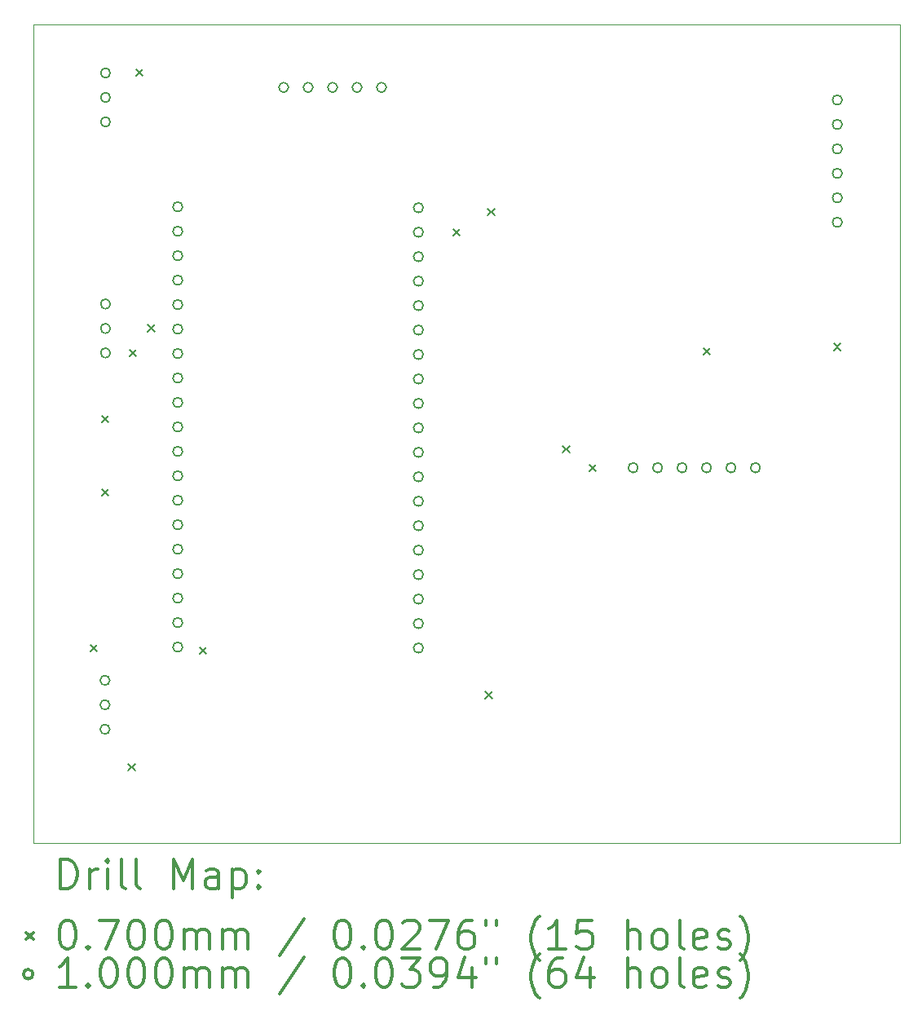
<source format=gbr>
%FSLAX45Y45*%
G04 Gerber Fmt 4.5, Leading zero omitted, Abs format (unit mm)*
G04 Created by KiCad (PCBNEW (5.1.12)-1) date 2021-12-21 16:46:49*
%MOMM*%
%LPD*%
G01*
G04 APERTURE LIST*
%TA.AperFunction,Profile*%
%ADD10C,0.050000*%
%TD*%
%ADD11C,0.200000*%
%ADD12C,0.300000*%
G04 APERTURE END LIST*
D10*
X7500000Y-4000000D02*
X16500000Y-4000000D01*
X7500000Y-12500000D02*
X7500000Y-4000000D01*
X16500000Y-12500000D02*
X7500000Y-12500000D01*
X16500000Y-4000000D02*
X16500000Y-12500000D01*
D11*
X8091420Y-10440780D02*
X8161420Y-10510780D01*
X8161420Y-10440780D02*
X8091420Y-10510780D01*
X8210000Y-8057500D02*
X8280000Y-8127500D01*
X8280000Y-8057500D02*
X8210000Y-8127500D01*
X8210000Y-8819500D02*
X8280000Y-8889500D01*
X8280000Y-8819500D02*
X8210000Y-8889500D01*
X8485720Y-11674710D02*
X8555720Y-11744710D01*
X8555720Y-11674710D02*
X8485720Y-11744710D01*
X8497750Y-7373000D02*
X8567750Y-7443000D01*
X8567750Y-7373000D02*
X8497750Y-7443000D01*
X8568000Y-4462000D02*
X8638000Y-4532000D01*
X8638000Y-4462000D02*
X8568000Y-4532000D01*
X8690390Y-7115420D02*
X8760390Y-7185420D01*
X8760390Y-7115420D02*
X8690390Y-7185420D01*
X9229730Y-10462100D02*
X9299730Y-10532100D01*
X9299730Y-10462100D02*
X9229730Y-10532100D01*
X11860000Y-6120000D02*
X11930000Y-6190000D01*
X11930000Y-6120000D02*
X11860000Y-6190000D01*
X12195000Y-10925000D02*
X12265000Y-10995000D01*
X12265000Y-10925000D02*
X12195000Y-10995000D01*
X12220000Y-5910000D02*
X12290000Y-5980000D01*
X12290000Y-5910000D02*
X12220000Y-5980000D01*
X13000000Y-8375000D02*
X13070000Y-8445000D01*
X13070000Y-8375000D02*
X13000000Y-8445000D01*
X13275000Y-8565000D02*
X13345000Y-8635000D01*
X13345000Y-8565000D02*
X13275000Y-8635000D01*
X14457000Y-7354000D02*
X14527000Y-7424000D01*
X14527000Y-7354000D02*
X14457000Y-7424000D01*
X15815000Y-7310000D02*
X15885000Y-7380000D01*
X15885000Y-7310000D02*
X15815000Y-7380000D01*
X8295000Y-10807500D02*
G75*
G03*
X8295000Y-10807500I-50000J0D01*
G01*
X8295000Y-11061500D02*
G75*
G03*
X8295000Y-11061500I-50000J0D01*
G01*
X8295000Y-11315500D02*
G75*
G03*
X8295000Y-11315500I-50000J0D01*
G01*
X8300000Y-4500000D02*
G75*
G03*
X8300000Y-4500000I-50000J0D01*
G01*
X8300000Y-4754000D02*
G75*
G03*
X8300000Y-4754000I-50000J0D01*
G01*
X8300000Y-5008000D02*
G75*
G03*
X8300000Y-5008000I-50000J0D01*
G01*
X8300000Y-6900000D02*
G75*
G03*
X8300000Y-6900000I-50000J0D01*
G01*
X8300000Y-7154000D02*
G75*
G03*
X8300000Y-7154000I-50000J0D01*
G01*
X8300000Y-7408000D02*
G75*
G03*
X8300000Y-7408000I-50000J0D01*
G01*
X9050000Y-5890000D02*
G75*
G03*
X9050000Y-5890000I-50000J0D01*
G01*
X9050000Y-6144000D02*
G75*
G03*
X9050000Y-6144000I-50000J0D01*
G01*
X9050000Y-6398000D02*
G75*
G03*
X9050000Y-6398000I-50000J0D01*
G01*
X9050000Y-6652000D02*
G75*
G03*
X9050000Y-6652000I-50000J0D01*
G01*
X9050000Y-6906000D02*
G75*
G03*
X9050000Y-6906000I-50000J0D01*
G01*
X9050000Y-7160000D02*
G75*
G03*
X9050000Y-7160000I-50000J0D01*
G01*
X9050000Y-7414000D02*
G75*
G03*
X9050000Y-7414000I-50000J0D01*
G01*
X9050000Y-7668000D02*
G75*
G03*
X9050000Y-7668000I-50000J0D01*
G01*
X9050000Y-7922000D02*
G75*
G03*
X9050000Y-7922000I-50000J0D01*
G01*
X9050000Y-8176000D02*
G75*
G03*
X9050000Y-8176000I-50000J0D01*
G01*
X9050000Y-8430000D02*
G75*
G03*
X9050000Y-8430000I-50000J0D01*
G01*
X9050000Y-8684000D02*
G75*
G03*
X9050000Y-8684000I-50000J0D01*
G01*
X9050000Y-8938000D02*
G75*
G03*
X9050000Y-8938000I-50000J0D01*
G01*
X9050000Y-9192000D02*
G75*
G03*
X9050000Y-9192000I-50000J0D01*
G01*
X9050000Y-9446000D02*
G75*
G03*
X9050000Y-9446000I-50000J0D01*
G01*
X9050000Y-9700000D02*
G75*
G03*
X9050000Y-9700000I-50000J0D01*
G01*
X9050000Y-9954000D02*
G75*
G03*
X9050000Y-9954000I-50000J0D01*
G01*
X9050000Y-10208000D02*
G75*
G03*
X9050000Y-10208000I-50000J0D01*
G01*
X9050000Y-10462000D02*
G75*
G03*
X9050000Y-10462000I-50000J0D01*
G01*
X10150000Y-4650000D02*
G75*
G03*
X10150000Y-4650000I-50000J0D01*
G01*
X10404000Y-4650000D02*
G75*
G03*
X10404000Y-4650000I-50000J0D01*
G01*
X10658000Y-4650000D02*
G75*
G03*
X10658000Y-4650000I-50000J0D01*
G01*
X10912000Y-4650000D02*
G75*
G03*
X10912000Y-4650000I-50000J0D01*
G01*
X11166000Y-4650000D02*
G75*
G03*
X11166000Y-4650000I-50000J0D01*
G01*
X11550000Y-5900000D02*
G75*
G03*
X11550000Y-5900000I-50000J0D01*
G01*
X11550000Y-6154000D02*
G75*
G03*
X11550000Y-6154000I-50000J0D01*
G01*
X11550000Y-6408000D02*
G75*
G03*
X11550000Y-6408000I-50000J0D01*
G01*
X11550000Y-6662000D02*
G75*
G03*
X11550000Y-6662000I-50000J0D01*
G01*
X11550000Y-6916000D02*
G75*
G03*
X11550000Y-6916000I-50000J0D01*
G01*
X11550000Y-7170000D02*
G75*
G03*
X11550000Y-7170000I-50000J0D01*
G01*
X11550000Y-7424000D02*
G75*
G03*
X11550000Y-7424000I-50000J0D01*
G01*
X11550000Y-7678000D02*
G75*
G03*
X11550000Y-7678000I-50000J0D01*
G01*
X11550000Y-7932000D02*
G75*
G03*
X11550000Y-7932000I-50000J0D01*
G01*
X11550000Y-8186000D02*
G75*
G03*
X11550000Y-8186000I-50000J0D01*
G01*
X11550000Y-8440000D02*
G75*
G03*
X11550000Y-8440000I-50000J0D01*
G01*
X11550000Y-8694000D02*
G75*
G03*
X11550000Y-8694000I-50000J0D01*
G01*
X11550000Y-8948000D02*
G75*
G03*
X11550000Y-8948000I-50000J0D01*
G01*
X11550000Y-9202000D02*
G75*
G03*
X11550000Y-9202000I-50000J0D01*
G01*
X11550000Y-9456000D02*
G75*
G03*
X11550000Y-9456000I-50000J0D01*
G01*
X11550000Y-9710000D02*
G75*
G03*
X11550000Y-9710000I-50000J0D01*
G01*
X11550000Y-9964000D02*
G75*
G03*
X11550000Y-9964000I-50000J0D01*
G01*
X11550000Y-10218000D02*
G75*
G03*
X11550000Y-10218000I-50000J0D01*
G01*
X11550000Y-10472000D02*
G75*
G03*
X11550000Y-10472000I-50000J0D01*
G01*
X13780000Y-8600000D02*
G75*
G03*
X13780000Y-8600000I-50000J0D01*
G01*
X14034000Y-8600000D02*
G75*
G03*
X14034000Y-8600000I-50000J0D01*
G01*
X14288000Y-8600000D02*
G75*
G03*
X14288000Y-8600000I-50000J0D01*
G01*
X14542000Y-8600000D02*
G75*
G03*
X14542000Y-8600000I-50000J0D01*
G01*
X14796000Y-8600000D02*
G75*
G03*
X14796000Y-8600000I-50000J0D01*
G01*
X15050000Y-8600000D02*
G75*
G03*
X15050000Y-8600000I-50000J0D01*
G01*
X15900000Y-4780000D02*
G75*
G03*
X15900000Y-4780000I-50000J0D01*
G01*
X15900000Y-5034000D02*
G75*
G03*
X15900000Y-5034000I-50000J0D01*
G01*
X15900000Y-5288000D02*
G75*
G03*
X15900000Y-5288000I-50000J0D01*
G01*
X15900000Y-5542000D02*
G75*
G03*
X15900000Y-5542000I-50000J0D01*
G01*
X15900000Y-5796000D02*
G75*
G03*
X15900000Y-5796000I-50000J0D01*
G01*
X15900000Y-6050000D02*
G75*
G03*
X15900000Y-6050000I-50000J0D01*
G01*
D12*
X7783928Y-12968214D02*
X7783928Y-12668214D01*
X7855357Y-12668214D01*
X7898214Y-12682500D01*
X7926786Y-12711071D01*
X7941071Y-12739643D01*
X7955357Y-12796786D01*
X7955357Y-12839643D01*
X7941071Y-12896786D01*
X7926786Y-12925357D01*
X7898214Y-12953929D01*
X7855357Y-12968214D01*
X7783928Y-12968214D01*
X8083928Y-12968214D02*
X8083928Y-12768214D01*
X8083928Y-12825357D02*
X8098214Y-12796786D01*
X8112500Y-12782500D01*
X8141071Y-12768214D01*
X8169643Y-12768214D01*
X8269643Y-12968214D02*
X8269643Y-12768214D01*
X8269643Y-12668214D02*
X8255357Y-12682500D01*
X8269643Y-12696786D01*
X8283928Y-12682500D01*
X8269643Y-12668214D01*
X8269643Y-12696786D01*
X8455357Y-12968214D02*
X8426786Y-12953929D01*
X8412500Y-12925357D01*
X8412500Y-12668214D01*
X8612500Y-12968214D02*
X8583928Y-12953929D01*
X8569643Y-12925357D01*
X8569643Y-12668214D01*
X8955357Y-12968214D02*
X8955357Y-12668214D01*
X9055357Y-12882500D01*
X9155357Y-12668214D01*
X9155357Y-12968214D01*
X9426786Y-12968214D02*
X9426786Y-12811071D01*
X9412500Y-12782500D01*
X9383928Y-12768214D01*
X9326786Y-12768214D01*
X9298214Y-12782500D01*
X9426786Y-12953929D02*
X9398214Y-12968214D01*
X9326786Y-12968214D01*
X9298214Y-12953929D01*
X9283928Y-12925357D01*
X9283928Y-12896786D01*
X9298214Y-12868214D01*
X9326786Y-12853929D01*
X9398214Y-12853929D01*
X9426786Y-12839643D01*
X9569643Y-12768214D02*
X9569643Y-13068214D01*
X9569643Y-12782500D02*
X9598214Y-12768214D01*
X9655357Y-12768214D01*
X9683928Y-12782500D01*
X9698214Y-12796786D01*
X9712500Y-12825357D01*
X9712500Y-12911071D01*
X9698214Y-12939643D01*
X9683928Y-12953929D01*
X9655357Y-12968214D01*
X9598214Y-12968214D01*
X9569643Y-12953929D01*
X9841071Y-12939643D02*
X9855357Y-12953929D01*
X9841071Y-12968214D01*
X9826786Y-12953929D01*
X9841071Y-12939643D01*
X9841071Y-12968214D01*
X9841071Y-12782500D02*
X9855357Y-12796786D01*
X9841071Y-12811071D01*
X9826786Y-12796786D01*
X9841071Y-12782500D01*
X9841071Y-12811071D01*
X7427500Y-13427500D02*
X7497500Y-13497500D01*
X7497500Y-13427500D02*
X7427500Y-13497500D01*
X7841071Y-13298214D02*
X7869643Y-13298214D01*
X7898214Y-13312500D01*
X7912500Y-13326786D01*
X7926786Y-13355357D01*
X7941071Y-13412500D01*
X7941071Y-13483929D01*
X7926786Y-13541071D01*
X7912500Y-13569643D01*
X7898214Y-13583929D01*
X7869643Y-13598214D01*
X7841071Y-13598214D01*
X7812500Y-13583929D01*
X7798214Y-13569643D01*
X7783928Y-13541071D01*
X7769643Y-13483929D01*
X7769643Y-13412500D01*
X7783928Y-13355357D01*
X7798214Y-13326786D01*
X7812500Y-13312500D01*
X7841071Y-13298214D01*
X8069643Y-13569643D02*
X8083928Y-13583929D01*
X8069643Y-13598214D01*
X8055357Y-13583929D01*
X8069643Y-13569643D01*
X8069643Y-13598214D01*
X8183928Y-13298214D02*
X8383928Y-13298214D01*
X8255357Y-13598214D01*
X8555357Y-13298214D02*
X8583928Y-13298214D01*
X8612500Y-13312500D01*
X8626786Y-13326786D01*
X8641071Y-13355357D01*
X8655357Y-13412500D01*
X8655357Y-13483929D01*
X8641071Y-13541071D01*
X8626786Y-13569643D01*
X8612500Y-13583929D01*
X8583928Y-13598214D01*
X8555357Y-13598214D01*
X8526786Y-13583929D01*
X8512500Y-13569643D01*
X8498214Y-13541071D01*
X8483928Y-13483929D01*
X8483928Y-13412500D01*
X8498214Y-13355357D01*
X8512500Y-13326786D01*
X8526786Y-13312500D01*
X8555357Y-13298214D01*
X8841071Y-13298214D02*
X8869643Y-13298214D01*
X8898214Y-13312500D01*
X8912500Y-13326786D01*
X8926786Y-13355357D01*
X8941071Y-13412500D01*
X8941071Y-13483929D01*
X8926786Y-13541071D01*
X8912500Y-13569643D01*
X8898214Y-13583929D01*
X8869643Y-13598214D01*
X8841071Y-13598214D01*
X8812500Y-13583929D01*
X8798214Y-13569643D01*
X8783928Y-13541071D01*
X8769643Y-13483929D01*
X8769643Y-13412500D01*
X8783928Y-13355357D01*
X8798214Y-13326786D01*
X8812500Y-13312500D01*
X8841071Y-13298214D01*
X9069643Y-13598214D02*
X9069643Y-13398214D01*
X9069643Y-13426786D02*
X9083928Y-13412500D01*
X9112500Y-13398214D01*
X9155357Y-13398214D01*
X9183928Y-13412500D01*
X9198214Y-13441071D01*
X9198214Y-13598214D01*
X9198214Y-13441071D02*
X9212500Y-13412500D01*
X9241071Y-13398214D01*
X9283928Y-13398214D01*
X9312500Y-13412500D01*
X9326786Y-13441071D01*
X9326786Y-13598214D01*
X9469643Y-13598214D02*
X9469643Y-13398214D01*
X9469643Y-13426786D02*
X9483928Y-13412500D01*
X9512500Y-13398214D01*
X9555357Y-13398214D01*
X9583928Y-13412500D01*
X9598214Y-13441071D01*
X9598214Y-13598214D01*
X9598214Y-13441071D02*
X9612500Y-13412500D01*
X9641071Y-13398214D01*
X9683928Y-13398214D01*
X9712500Y-13412500D01*
X9726786Y-13441071D01*
X9726786Y-13598214D01*
X10312500Y-13283929D02*
X10055357Y-13669643D01*
X10698214Y-13298214D02*
X10726786Y-13298214D01*
X10755357Y-13312500D01*
X10769643Y-13326786D01*
X10783928Y-13355357D01*
X10798214Y-13412500D01*
X10798214Y-13483929D01*
X10783928Y-13541071D01*
X10769643Y-13569643D01*
X10755357Y-13583929D01*
X10726786Y-13598214D01*
X10698214Y-13598214D01*
X10669643Y-13583929D01*
X10655357Y-13569643D01*
X10641071Y-13541071D01*
X10626786Y-13483929D01*
X10626786Y-13412500D01*
X10641071Y-13355357D01*
X10655357Y-13326786D01*
X10669643Y-13312500D01*
X10698214Y-13298214D01*
X10926786Y-13569643D02*
X10941071Y-13583929D01*
X10926786Y-13598214D01*
X10912500Y-13583929D01*
X10926786Y-13569643D01*
X10926786Y-13598214D01*
X11126786Y-13298214D02*
X11155357Y-13298214D01*
X11183928Y-13312500D01*
X11198214Y-13326786D01*
X11212500Y-13355357D01*
X11226786Y-13412500D01*
X11226786Y-13483929D01*
X11212500Y-13541071D01*
X11198214Y-13569643D01*
X11183928Y-13583929D01*
X11155357Y-13598214D01*
X11126786Y-13598214D01*
X11098214Y-13583929D01*
X11083928Y-13569643D01*
X11069643Y-13541071D01*
X11055357Y-13483929D01*
X11055357Y-13412500D01*
X11069643Y-13355357D01*
X11083928Y-13326786D01*
X11098214Y-13312500D01*
X11126786Y-13298214D01*
X11341071Y-13326786D02*
X11355357Y-13312500D01*
X11383928Y-13298214D01*
X11455357Y-13298214D01*
X11483928Y-13312500D01*
X11498214Y-13326786D01*
X11512500Y-13355357D01*
X11512500Y-13383929D01*
X11498214Y-13426786D01*
X11326786Y-13598214D01*
X11512500Y-13598214D01*
X11612500Y-13298214D02*
X11812500Y-13298214D01*
X11683928Y-13598214D01*
X12055357Y-13298214D02*
X11998214Y-13298214D01*
X11969643Y-13312500D01*
X11955357Y-13326786D01*
X11926786Y-13369643D01*
X11912500Y-13426786D01*
X11912500Y-13541071D01*
X11926786Y-13569643D01*
X11941071Y-13583929D01*
X11969643Y-13598214D01*
X12026786Y-13598214D01*
X12055357Y-13583929D01*
X12069643Y-13569643D01*
X12083928Y-13541071D01*
X12083928Y-13469643D01*
X12069643Y-13441071D01*
X12055357Y-13426786D01*
X12026786Y-13412500D01*
X11969643Y-13412500D01*
X11941071Y-13426786D01*
X11926786Y-13441071D01*
X11912500Y-13469643D01*
X12198214Y-13298214D02*
X12198214Y-13355357D01*
X12312500Y-13298214D02*
X12312500Y-13355357D01*
X12755357Y-13712500D02*
X12741071Y-13698214D01*
X12712500Y-13655357D01*
X12698214Y-13626786D01*
X12683928Y-13583929D01*
X12669643Y-13512500D01*
X12669643Y-13455357D01*
X12683928Y-13383929D01*
X12698214Y-13341071D01*
X12712500Y-13312500D01*
X12741071Y-13269643D01*
X12755357Y-13255357D01*
X13026786Y-13598214D02*
X12855357Y-13598214D01*
X12941071Y-13598214D02*
X12941071Y-13298214D01*
X12912500Y-13341071D01*
X12883928Y-13369643D01*
X12855357Y-13383929D01*
X13298214Y-13298214D02*
X13155357Y-13298214D01*
X13141071Y-13441071D01*
X13155357Y-13426786D01*
X13183928Y-13412500D01*
X13255357Y-13412500D01*
X13283928Y-13426786D01*
X13298214Y-13441071D01*
X13312500Y-13469643D01*
X13312500Y-13541071D01*
X13298214Y-13569643D01*
X13283928Y-13583929D01*
X13255357Y-13598214D01*
X13183928Y-13598214D01*
X13155357Y-13583929D01*
X13141071Y-13569643D01*
X13669643Y-13598214D02*
X13669643Y-13298214D01*
X13798214Y-13598214D02*
X13798214Y-13441071D01*
X13783928Y-13412500D01*
X13755357Y-13398214D01*
X13712500Y-13398214D01*
X13683928Y-13412500D01*
X13669643Y-13426786D01*
X13983928Y-13598214D02*
X13955357Y-13583929D01*
X13941071Y-13569643D01*
X13926786Y-13541071D01*
X13926786Y-13455357D01*
X13941071Y-13426786D01*
X13955357Y-13412500D01*
X13983928Y-13398214D01*
X14026786Y-13398214D01*
X14055357Y-13412500D01*
X14069643Y-13426786D01*
X14083928Y-13455357D01*
X14083928Y-13541071D01*
X14069643Y-13569643D01*
X14055357Y-13583929D01*
X14026786Y-13598214D01*
X13983928Y-13598214D01*
X14255357Y-13598214D02*
X14226786Y-13583929D01*
X14212500Y-13555357D01*
X14212500Y-13298214D01*
X14483928Y-13583929D02*
X14455357Y-13598214D01*
X14398214Y-13598214D01*
X14369643Y-13583929D01*
X14355357Y-13555357D01*
X14355357Y-13441071D01*
X14369643Y-13412500D01*
X14398214Y-13398214D01*
X14455357Y-13398214D01*
X14483928Y-13412500D01*
X14498214Y-13441071D01*
X14498214Y-13469643D01*
X14355357Y-13498214D01*
X14612500Y-13583929D02*
X14641071Y-13598214D01*
X14698214Y-13598214D01*
X14726786Y-13583929D01*
X14741071Y-13555357D01*
X14741071Y-13541071D01*
X14726786Y-13512500D01*
X14698214Y-13498214D01*
X14655357Y-13498214D01*
X14626786Y-13483929D01*
X14612500Y-13455357D01*
X14612500Y-13441071D01*
X14626786Y-13412500D01*
X14655357Y-13398214D01*
X14698214Y-13398214D01*
X14726786Y-13412500D01*
X14841071Y-13712500D02*
X14855357Y-13698214D01*
X14883928Y-13655357D01*
X14898214Y-13626786D01*
X14912500Y-13583929D01*
X14926786Y-13512500D01*
X14926786Y-13455357D01*
X14912500Y-13383929D01*
X14898214Y-13341071D01*
X14883928Y-13312500D01*
X14855357Y-13269643D01*
X14841071Y-13255357D01*
X7497500Y-13858500D02*
G75*
G03*
X7497500Y-13858500I-50000J0D01*
G01*
X7941071Y-13994214D02*
X7769643Y-13994214D01*
X7855357Y-13994214D02*
X7855357Y-13694214D01*
X7826786Y-13737071D01*
X7798214Y-13765643D01*
X7769643Y-13779929D01*
X8069643Y-13965643D02*
X8083928Y-13979929D01*
X8069643Y-13994214D01*
X8055357Y-13979929D01*
X8069643Y-13965643D01*
X8069643Y-13994214D01*
X8269643Y-13694214D02*
X8298214Y-13694214D01*
X8326786Y-13708500D01*
X8341071Y-13722786D01*
X8355357Y-13751357D01*
X8369643Y-13808500D01*
X8369643Y-13879929D01*
X8355357Y-13937071D01*
X8341071Y-13965643D01*
X8326786Y-13979929D01*
X8298214Y-13994214D01*
X8269643Y-13994214D01*
X8241071Y-13979929D01*
X8226786Y-13965643D01*
X8212500Y-13937071D01*
X8198214Y-13879929D01*
X8198214Y-13808500D01*
X8212500Y-13751357D01*
X8226786Y-13722786D01*
X8241071Y-13708500D01*
X8269643Y-13694214D01*
X8555357Y-13694214D02*
X8583928Y-13694214D01*
X8612500Y-13708500D01*
X8626786Y-13722786D01*
X8641071Y-13751357D01*
X8655357Y-13808500D01*
X8655357Y-13879929D01*
X8641071Y-13937071D01*
X8626786Y-13965643D01*
X8612500Y-13979929D01*
X8583928Y-13994214D01*
X8555357Y-13994214D01*
X8526786Y-13979929D01*
X8512500Y-13965643D01*
X8498214Y-13937071D01*
X8483928Y-13879929D01*
X8483928Y-13808500D01*
X8498214Y-13751357D01*
X8512500Y-13722786D01*
X8526786Y-13708500D01*
X8555357Y-13694214D01*
X8841071Y-13694214D02*
X8869643Y-13694214D01*
X8898214Y-13708500D01*
X8912500Y-13722786D01*
X8926786Y-13751357D01*
X8941071Y-13808500D01*
X8941071Y-13879929D01*
X8926786Y-13937071D01*
X8912500Y-13965643D01*
X8898214Y-13979929D01*
X8869643Y-13994214D01*
X8841071Y-13994214D01*
X8812500Y-13979929D01*
X8798214Y-13965643D01*
X8783928Y-13937071D01*
X8769643Y-13879929D01*
X8769643Y-13808500D01*
X8783928Y-13751357D01*
X8798214Y-13722786D01*
X8812500Y-13708500D01*
X8841071Y-13694214D01*
X9069643Y-13994214D02*
X9069643Y-13794214D01*
X9069643Y-13822786D02*
X9083928Y-13808500D01*
X9112500Y-13794214D01*
X9155357Y-13794214D01*
X9183928Y-13808500D01*
X9198214Y-13837071D01*
X9198214Y-13994214D01*
X9198214Y-13837071D02*
X9212500Y-13808500D01*
X9241071Y-13794214D01*
X9283928Y-13794214D01*
X9312500Y-13808500D01*
X9326786Y-13837071D01*
X9326786Y-13994214D01*
X9469643Y-13994214D02*
X9469643Y-13794214D01*
X9469643Y-13822786D02*
X9483928Y-13808500D01*
X9512500Y-13794214D01*
X9555357Y-13794214D01*
X9583928Y-13808500D01*
X9598214Y-13837071D01*
X9598214Y-13994214D01*
X9598214Y-13837071D02*
X9612500Y-13808500D01*
X9641071Y-13794214D01*
X9683928Y-13794214D01*
X9712500Y-13808500D01*
X9726786Y-13837071D01*
X9726786Y-13994214D01*
X10312500Y-13679929D02*
X10055357Y-14065643D01*
X10698214Y-13694214D02*
X10726786Y-13694214D01*
X10755357Y-13708500D01*
X10769643Y-13722786D01*
X10783928Y-13751357D01*
X10798214Y-13808500D01*
X10798214Y-13879929D01*
X10783928Y-13937071D01*
X10769643Y-13965643D01*
X10755357Y-13979929D01*
X10726786Y-13994214D01*
X10698214Y-13994214D01*
X10669643Y-13979929D01*
X10655357Y-13965643D01*
X10641071Y-13937071D01*
X10626786Y-13879929D01*
X10626786Y-13808500D01*
X10641071Y-13751357D01*
X10655357Y-13722786D01*
X10669643Y-13708500D01*
X10698214Y-13694214D01*
X10926786Y-13965643D02*
X10941071Y-13979929D01*
X10926786Y-13994214D01*
X10912500Y-13979929D01*
X10926786Y-13965643D01*
X10926786Y-13994214D01*
X11126786Y-13694214D02*
X11155357Y-13694214D01*
X11183928Y-13708500D01*
X11198214Y-13722786D01*
X11212500Y-13751357D01*
X11226786Y-13808500D01*
X11226786Y-13879929D01*
X11212500Y-13937071D01*
X11198214Y-13965643D01*
X11183928Y-13979929D01*
X11155357Y-13994214D01*
X11126786Y-13994214D01*
X11098214Y-13979929D01*
X11083928Y-13965643D01*
X11069643Y-13937071D01*
X11055357Y-13879929D01*
X11055357Y-13808500D01*
X11069643Y-13751357D01*
X11083928Y-13722786D01*
X11098214Y-13708500D01*
X11126786Y-13694214D01*
X11326786Y-13694214D02*
X11512500Y-13694214D01*
X11412500Y-13808500D01*
X11455357Y-13808500D01*
X11483928Y-13822786D01*
X11498214Y-13837071D01*
X11512500Y-13865643D01*
X11512500Y-13937071D01*
X11498214Y-13965643D01*
X11483928Y-13979929D01*
X11455357Y-13994214D01*
X11369643Y-13994214D01*
X11341071Y-13979929D01*
X11326786Y-13965643D01*
X11655357Y-13994214D02*
X11712500Y-13994214D01*
X11741071Y-13979929D01*
X11755357Y-13965643D01*
X11783928Y-13922786D01*
X11798214Y-13865643D01*
X11798214Y-13751357D01*
X11783928Y-13722786D01*
X11769643Y-13708500D01*
X11741071Y-13694214D01*
X11683928Y-13694214D01*
X11655357Y-13708500D01*
X11641071Y-13722786D01*
X11626786Y-13751357D01*
X11626786Y-13822786D01*
X11641071Y-13851357D01*
X11655357Y-13865643D01*
X11683928Y-13879929D01*
X11741071Y-13879929D01*
X11769643Y-13865643D01*
X11783928Y-13851357D01*
X11798214Y-13822786D01*
X12055357Y-13794214D02*
X12055357Y-13994214D01*
X11983928Y-13679929D02*
X11912500Y-13894214D01*
X12098214Y-13894214D01*
X12198214Y-13694214D02*
X12198214Y-13751357D01*
X12312500Y-13694214D02*
X12312500Y-13751357D01*
X12755357Y-14108500D02*
X12741071Y-14094214D01*
X12712500Y-14051357D01*
X12698214Y-14022786D01*
X12683928Y-13979929D01*
X12669643Y-13908500D01*
X12669643Y-13851357D01*
X12683928Y-13779929D01*
X12698214Y-13737071D01*
X12712500Y-13708500D01*
X12741071Y-13665643D01*
X12755357Y-13651357D01*
X12998214Y-13694214D02*
X12941071Y-13694214D01*
X12912500Y-13708500D01*
X12898214Y-13722786D01*
X12869643Y-13765643D01*
X12855357Y-13822786D01*
X12855357Y-13937071D01*
X12869643Y-13965643D01*
X12883928Y-13979929D01*
X12912500Y-13994214D01*
X12969643Y-13994214D01*
X12998214Y-13979929D01*
X13012500Y-13965643D01*
X13026786Y-13937071D01*
X13026786Y-13865643D01*
X13012500Y-13837071D01*
X12998214Y-13822786D01*
X12969643Y-13808500D01*
X12912500Y-13808500D01*
X12883928Y-13822786D01*
X12869643Y-13837071D01*
X12855357Y-13865643D01*
X13283928Y-13794214D02*
X13283928Y-13994214D01*
X13212500Y-13679929D02*
X13141071Y-13894214D01*
X13326786Y-13894214D01*
X13669643Y-13994214D02*
X13669643Y-13694214D01*
X13798214Y-13994214D02*
X13798214Y-13837071D01*
X13783928Y-13808500D01*
X13755357Y-13794214D01*
X13712500Y-13794214D01*
X13683928Y-13808500D01*
X13669643Y-13822786D01*
X13983928Y-13994214D02*
X13955357Y-13979929D01*
X13941071Y-13965643D01*
X13926786Y-13937071D01*
X13926786Y-13851357D01*
X13941071Y-13822786D01*
X13955357Y-13808500D01*
X13983928Y-13794214D01*
X14026786Y-13794214D01*
X14055357Y-13808500D01*
X14069643Y-13822786D01*
X14083928Y-13851357D01*
X14083928Y-13937071D01*
X14069643Y-13965643D01*
X14055357Y-13979929D01*
X14026786Y-13994214D01*
X13983928Y-13994214D01*
X14255357Y-13994214D02*
X14226786Y-13979929D01*
X14212500Y-13951357D01*
X14212500Y-13694214D01*
X14483928Y-13979929D02*
X14455357Y-13994214D01*
X14398214Y-13994214D01*
X14369643Y-13979929D01*
X14355357Y-13951357D01*
X14355357Y-13837071D01*
X14369643Y-13808500D01*
X14398214Y-13794214D01*
X14455357Y-13794214D01*
X14483928Y-13808500D01*
X14498214Y-13837071D01*
X14498214Y-13865643D01*
X14355357Y-13894214D01*
X14612500Y-13979929D02*
X14641071Y-13994214D01*
X14698214Y-13994214D01*
X14726786Y-13979929D01*
X14741071Y-13951357D01*
X14741071Y-13937071D01*
X14726786Y-13908500D01*
X14698214Y-13894214D01*
X14655357Y-13894214D01*
X14626786Y-13879929D01*
X14612500Y-13851357D01*
X14612500Y-13837071D01*
X14626786Y-13808500D01*
X14655357Y-13794214D01*
X14698214Y-13794214D01*
X14726786Y-13808500D01*
X14841071Y-14108500D02*
X14855357Y-14094214D01*
X14883928Y-14051357D01*
X14898214Y-14022786D01*
X14912500Y-13979929D01*
X14926786Y-13908500D01*
X14926786Y-13851357D01*
X14912500Y-13779929D01*
X14898214Y-13737071D01*
X14883928Y-13708500D01*
X14855357Y-13665643D01*
X14841071Y-13651357D01*
M02*

</source>
